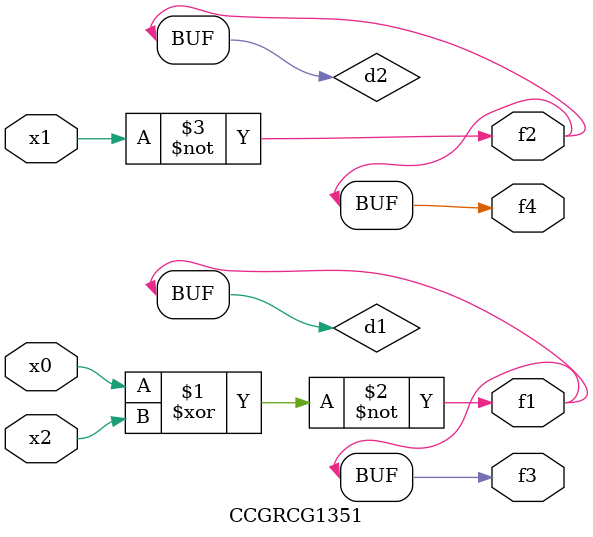
<source format=v>
module CCGRCG1351(
	input x0, x1, x2,
	output f1, f2, f3, f4
);

	wire d1, d2, d3;

	xnor (d1, x0, x2);
	nand (d2, x1);
	nor (d3, x1, x2);
	assign f1 = d1;
	assign f2 = d2;
	assign f3 = d1;
	assign f4 = d2;
endmodule

</source>
